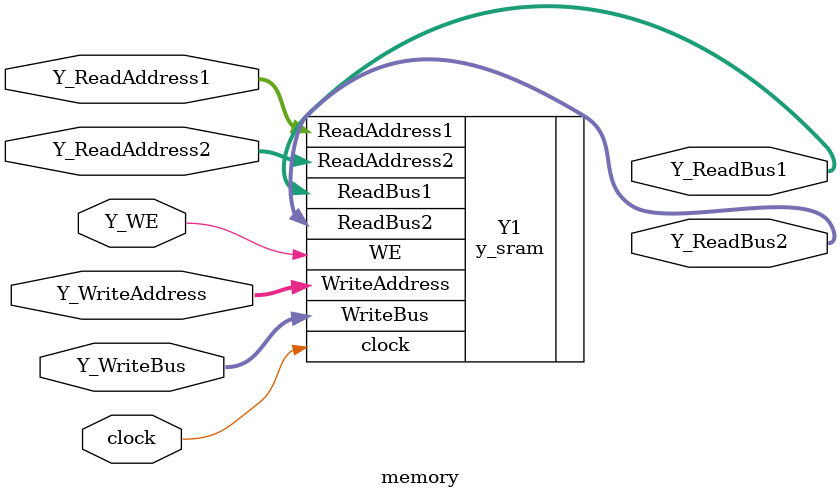
<source format=v>
module memory(Y_WE,Y_WriteAddress,Y_ReadAddress1,Y_ReadAddress2,Y_WriteBus,Y_ReadBus1,Y_ReadBus2
	,clock);

input clock;
//inputs and outputs of Y sram
input   Y_WE; 
input  [10:0] Y_WriteAddress, Y_ReadAddress1, Y_ReadAddress2; // Change as you change size of SRAM
input  [255:0] Y_WriteBus;
output [255:0] Y_ReadBus1;
output [255:0] Y_ReadBus2;



y_sram  Y1(.clock(clock), .WE(Y_WE), .WriteAddress(Y_WriteAddress), .ReadAddress1(Y_ReadAddress1), .ReadAddress2(Y_ReadAddress2), .WriteBus(Y_WriteBus), .ReadBus1(Y_ReadBus1), .ReadBus2(Y_ReadBus2));


endmodule
  

</source>
